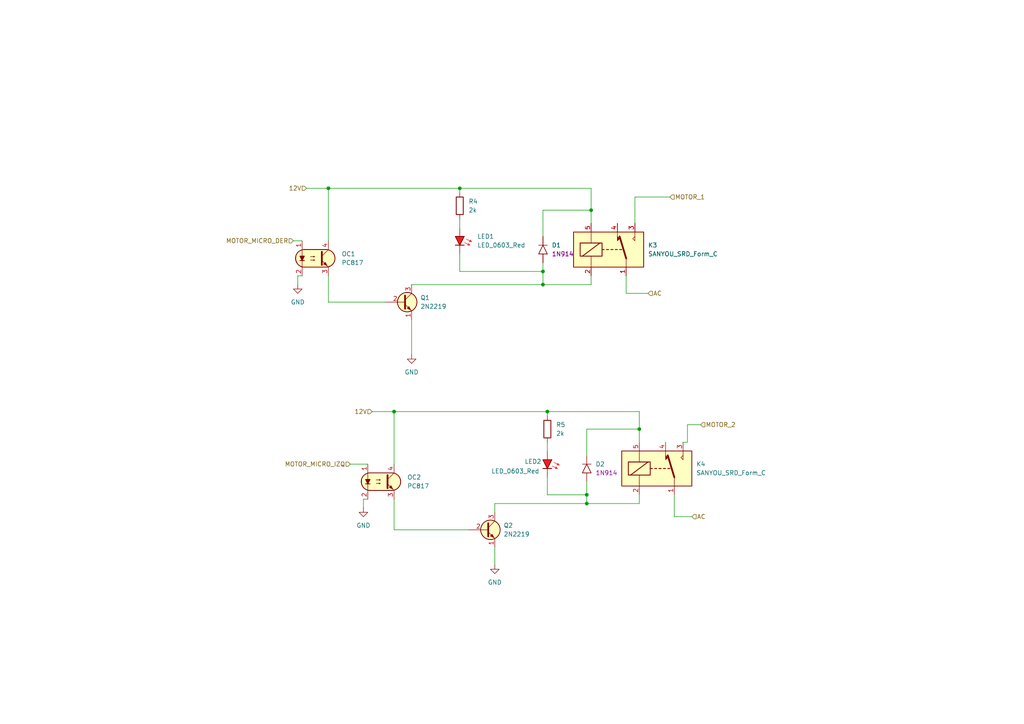
<source format=kicad_sch>
(kicad_sch
	(version 20250114)
	(generator "eeschema")
	(generator_version "9.0")
	(uuid "66bccff3-24d1-4f99-9beb-56f8ebec357b")
	(paper "A4")
	(lib_symbols
		(symbol "PCM_4ms_Diode:1N914BWS"
			(pin_numbers
				(hide yes)
			)
			(pin_names
				(offset 1.016)
				(hide yes)
			)
			(exclude_from_sim no)
			(in_bom yes)
			(on_board yes)
			(property "Reference" "D"
				(at 0 2.54 0)
				(effects
					(font
						(size 1.27 1.27)
					)
				)
			)
			(property "Value" "1N914BWS"
				(at 0 -2.54 0)
				(effects
					(font
						(size 1.27 1.27)
					)
					(hide yes)
				)
			)
			(property "Footprint" "4ms_Diode:D_SOD-323F"
				(at 0 5.08 0)
				(effects
					(font
						(size 1.27 1.27)
					)
					(hide yes)
				)
			)
			(property "Datasheet" "https://www.mouser.com/datasheet/2/308/1N914BWS_D-2309364.pdf"
				(at 0 0 0)
				(effects
					(font
						(size 1.27 1.27)
					)
					(hide yes)
				)
			)
			(property "Description" "1N914BWS, 75V, 150mA, 1V @ 100mA SOD-323F"
				(at 0 0 0)
				(effects
					(font
						(size 1.27 1.27)
					)
					(hide yes)
				)
			)
			(property "Specifications" "1N914BWS, 75V, 150mA, 1V @ 100mA SOD-323F"
				(at -2.54 -7.874 0)
				(effects
					(font
						(size 1.27 1.27)
					)
					(justify left)
					(hide yes)
				)
			)
			(property "Manufacturer" "ON Semiconductor / Fairchild"
				(at -2.54 -9.398 0)
				(effects
					(font
						(size 1.27 1.27)
					)
					(justify left)
					(hide yes)
				)
			)
			(property "Part Number" "1N914BWS"
				(at -2.54 -10.922 0)
				(effects
					(font
						(size 1.27 1.27)
					)
					(justify left)
					(hide yes)
				)
			)
			(property "JLCPCB ID" "C258181"
				(at -2.54 -10.922 0)
				(effects
					(font
						(size 1.27 1.27)
					)
					(justify left)
					(hide yes)
				)
			)
			(property "Display" "1N914"
				(at 0 -2.54 0)
				(effects
					(font
						(size 1.27 1.27)
					)
				)
			)
			(property "ki_keywords" "1N914, General Purpose, 75V 150mA 1V @ 100mA SOD-323F"
				(at 0 0 0)
				(effects
					(font
						(size 1.27 1.27)
					)
					(hide yes)
				)
			)
			(property "ki_fp_filters" "TO-???* *SingleDiode *_Diode_* *SingleDiode* D_*"
				(at 0 0 0)
				(effects
					(font
						(size 1.27 1.27)
					)
					(hide yes)
				)
			)
			(symbol "1N914BWS_0_1"
				(polyline
					(pts
						(xy -1.27 1.27) (xy -1.27 -1.27)
					)
					(stroke
						(width 0)
						(type default)
					)
					(fill
						(type none)
					)
				)
				(polyline
					(pts
						(xy 1.27 1.27) (xy 1.27 -1.27) (xy -1.27 0) (xy 1.27 1.27)
					)
					(stroke
						(width 0.2032)
						(type default)
					)
					(fill
						(type none)
					)
				)
			)
			(symbol "1N914BWS_1_1"
				(pin passive line
					(at -3.81 0 0)
					(length 2.54)
					(name "K"
						(effects
							(font
								(size 1.27 1.27)
							)
						)
					)
					(number "1"
						(effects
							(font
								(size 1.27 1.27)
							)
						)
					)
				)
				(pin passive line
					(at 3.81 0 180)
					(length 2.54)
					(name "A"
						(effects
							(font
								(size 1.27 1.27)
							)
						)
					)
					(number "2"
						(effects
							(font
								(size 1.27 1.27)
							)
						)
					)
				)
			)
			(embedded_fonts no)
		)
		(symbol "PCM_LED_AKL:LED_0603_Red"
			(pin_numbers
				(hide yes)
			)
			(pin_names
				(offset 1.016)
				(hide yes)
			)
			(exclude_from_sim no)
			(in_bom yes)
			(on_board yes)
			(property "Reference" "LED"
				(at 0 7.62 0)
				(effects
					(font
						(size 1.27 1.27)
					)
				)
			)
			(property "Value" "LED_0603_Red"
				(at 0 5.08 0)
				(effects
					(font
						(size 1.27 1.27)
					)
				)
			)
			(property "Footprint" "PCM_LED_SMD_AKL:LED_0603_1608Metric"
				(at 0 0 0)
				(effects
					(font
						(size 1.27 1.27)
					)
					(hide yes)
				)
			)
			(property "Datasheet" "~"
				(at 0 0 0)
				(effects
					(font
						(size 1.27 1.27)
					)
					(hide yes)
				)
			)
			(property "Description" "Red SMD LED, 0603, Alternate KiCad Library"
				(at 0 0 0)
				(effects
					(font
						(size 1.27 1.27)
					)
					(hide yes)
				)
			)
			(property "ki_keywords" "red LED diode generic smd 0603"
				(at 0 0 0)
				(effects
					(font
						(size 1.27 1.27)
					)
					(hide yes)
				)
			)
			(property "ki_fp_filters" "LED* LED_SMD:* LED_THT:*"
				(at 0 0 0)
				(effects
					(font
						(size 1.27 1.27)
					)
					(hide yes)
				)
			)
			(symbol "LED_0603_Red_0_1"
				(polyline
					(pts
						(xy -1.27 1.27) (xy -1.27 -1.27) (xy 1.27 0) (xy -1.27 1.27)
					)
					(stroke
						(width 0.254)
						(type default)
					)
					(fill
						(type color)
						(color 240 30 30 1)
					)
				)
				(polyline
					(pts
						(xy -0.508 1.905) (xy 0.254 3.429)
					)
					(stroke
						(width 0.1524)
						(type default)
						(color 240 30 30 1)
					)
					(fill
						(type none)
					)
				)
				(polyline
					(pts
						(xy 0.254 2.794) (xy -0.254 3.048) (xy 0.254 3.429) (xy 0.254 2.794)
					)
					(stroke
						(width 0)
						(type solid)
						(color 240 30 30 1)
					)
					(fill
						(type outline)
					)
				)
				(polyline
					(pts
						(xy 0.508 1.397) (xy 1.27 2.921)
					)
					(stroke
						(width 0.1524)
						(type default)
						(color 240 30 30 1)
					)
					(fill
						(type none)
					)
				)
				(polyline
					(pts
						(xy 1.27 2.286) (xy 0.762 2.54) (xy 1.27 2.921) (xy 1.27 2.286)
					)
					(stroke
						(width 0.1524)
						(type default)
						(color 240 30 30 1)
					)
					(fill
						(type outline)
					)
				)
				(polyline
					(pts
						(xy 1.27 1.27) (xy 1.27 -1.27)
					)
					(stroke
						(width 0.254)
						(type default)
					)
					(fill
						(type none)
					)
				)
			)
			(symbol "LED_0603_Red_0_2"
				(polyline
					(pts
						(xy -2.54 -2.54) (xy -0.889 -0.889)
					)
					(stroke
						(width 0)
						(type default)
					)
					(fill
						(type none)
					)
				)
				(polyline
					(pts
						(xy -1.651 0.889) (xy -2.159 2.413)
					)
					(stroke
						(width 0)
						(type default)
						(color 240 30 30 1)
					)
					(fill
						(type none)
					)
				)
				(polyline
					(pts
						(xy -0.889 -0.889) (xy -1.778 0) (xy 0.889 0.889) (xy 0 -1.778) (xy -0.889 -0.889)
					)
					(stroke
						(width 0.254)
						(type default)
					)
					(fill
						(type color)
						(color 240 30 30 1)
					)
				)
				(polyline
					(pts
						(xy -0.508 1.27) (xy -1.016 2.794)
					)
					(stroke
						(width 0)
						(type default)
						(color 240 30 30 1)
					)
					(fill
						(type none)
					)
				)
				(polyline
					(pts
						(xy 0 1.778) (xy 1.778 0)
					)
					(stroke
						(width 0.254)
						(type default)
					)
					(fill
						(type none)
					)
				)
				(polyline
					(pts
						(xy 0.889 0.889) (xy 2.54 2.54)
					)
					(stroke
						(width 0)
						(type default)
					)
					(fill
						(type none)
					)
				)
			)
			(symbol "LED_0603_Red_1_1"
				(pin passive line
					(at -3.81 0 0)
					(length 2.54)
					(name "A"
						(effects
							(font
								(size 1.27 1.27)
							)
						)
					)
					(number "2"
						(effects
							(font
								(size 1.27 1.27)
							)
						)
					)
				)
				(pin passive line
					(at 3.81 0 180)
					(length 2.54)
					(name "K"
						(effects
							(font
								(size 1.27 1.27)
							)
						)
					)
					(number "1"
						(effects
							(font
								(size 1.27 1.27)
							)
						)
					)
				)
			)
			(symbol "LED_0603_Red_1_2"
				(polyline
					(pts
						(xy -2.159 2.413) (xy -2.286 1.778) (xy -1.6764 1.9812) (xy -2.159 2.413)
					)
					(stroke
						(width 0)
						(type default)
						(color 240 30 30 1)
					)
					(fill
						(type outline)
					)
				)
				(polyline
					(pts
						(xy -1.016 2.794) (xy -1.143 2.159) (xy -0.5334 2.3622) (xy -1.016 2.794)
					)
					(stroke
						(width 0)
						(type default)
						(color 240 30 30 1)
					)
					(fill
						(type outline)
					)
				)
				(pin passive line
					(at -2.54 -2.54 0)
					(length 0)
					(name "A"
						(effects
							(font
								(size 1.27 1.27)
							)
						)
					)
					(number "2"
						(effects
							(font
								(size 1.27 1.27)
							)
						)
					)
				)
				(pin passive line
					(at 2.54 2.54 180)
					(length 0)
					(name "K"
						(effects
							(font
								(size 1.27 1.27)
							)
						)
					)
					(number "1"
						(effects
							(font
								(size 1.27 1.27)
							)
						)
					)
				)
			)
			(embedded_fonts no)
		)
		(symbol "PCM_Optocoupler_AKL:PC817"
			(pin_names
				(offset 1.016)
			)
			(exclude_from_sim no)
			(in_bom yes)
			(on_board yes)
			(property "Reference" "OC"
				(at 6.35 1.27 0)
				(effects
					(font
						(size 1.27 1.27)
					)
					(justify left)
				)
			)
			(property "Value" "PC817"
				(at 6.35 -1.27 0)
				(effects
					(font
						(size 1.27 1.27)
					)
					(justify left)
				)
			)
			(property "Footprint" "PCM_Package_DIP_AKL:DIP-4_W7.62mm_LongPads"
				(at 6.35 1.27 0)
				(effects
					(font
						(size 1.27 1.27)
						(italic yes)
					)
					(justify left)
					(hide yes)
				)
			)
			(property "Datasheet" "https://www.tme.eu/Document/7534c9f89aa4b1eba4ec90182e378328/PC817_2_3_47.pdf"
				(at 0 0 0)
				(effects
					(font
						(size 1.27 1.27)
					)
					(justify left)
					(hide yes)
				)
			)
			(property "Description" "DIP-4 Optocoupler, Transistor output, 5kV, 4us, Alternate KiCAD Library"
				(at 0 0 0)
				(effects
					(font
						(size 1.27 1.27)
					)
					(hide yes)
				)
			)
			(property "ki_keywords" "NPN Optocoupler transistor output PC817"
				(at 0 0 0)
				(effects
					(font
						(size 1.27 1.27)
					)
					(hide yes)
				)
			)
			(property "ki_fp_filters" "DIP*W7.62mm*"
				(at 0 0 0)
				(effects
					(font
						(size 1.27 1.27)
					)
					(hide yes)
				)
			)
			(symbol "PC817_0_1"
				(polyline
					(pts
						(xy -4.445 -0.635) (xy -3.175 -0.635)
					)
					(stroke
						(width 0.254)
						(type default)
					)
					(fill
						(type none)
					)
				)
				(polyline
					(pts
						(xy -3.81 -0.635) (xy -4.445 0.635) (xy -3.175 0.635) (xy -3.81 -0.635)
					)
					(stroke
						(width 0.254)
						(type default)
					)
					(fill
						(type outline)
					)
				)
				(polyline
					(pts
						(xy -3.81 -2.54) (xy -3.81 -1.27) (xy -3.81 2.54)
					)
					(stroke
						(width 0.1524)
						(type default)
					)
					(fill
						(type none)
					)
				)
				(polyline
					(pts
						(xy -3.175 2.54) (xy 3.175 2.54)
					)
					(stroke
						(width 0.254)
						(type default)
					)
					(fill
						(type none)
					)
				)
				(arc
					(start -3.1975 -2.54)
					(mid -5.7151 0)
					(end -3.1975 2.54)
					(stroke
						(width 0.254)
						(type default)
					)
					(fill
						(type none)
					)
				)
				(polyline
					(pts
						(xy -2.54 2.54) (xy 3.429 2.54) (xy 4.318 2.286) (xy 4.699 2.032) (xy 5.08 1.651) (xy 5.461 1.016)
						(xy 5.715 0.381) (xy 5.715 -0.381) (xy 5.461 -1.143) (xy 4.826 -1.905) (xy 4.191 -2.286) (xy 3.302 -2.54)
						(xy -3.81 -2.54) (xy -3.81 -2.54) (xy -4.572 -2.032) (xy -5.08 -1.778) (xy -5.588 -0.508) (xy -5.588 0.254)
						(xy -5.588 1.016) (xy -5.08 1.778) (xy -4.318 2.286) (xy -3.556 2.54) (xy -2.54 2.54)
					)
					(stroke
						(width 0.01)
						(type default)
					)
					(fill
						(type background)
					)
				)
				(polyline
					(pts
						(xy -1.397 0.508) (xy -0.127 0.508) (xy -0.508 0.381) (xy -0.508 0.635) (xy -0.127 0.508)
					)
					(stroke
						(width 0)
						(type default)
					)
					(fill
						(type none)
					)
				)
				(polyline
					(pts
						(xy -1.397 -0.508) (xy -0.127 -0.508) (xy -0.508 -0.635) (xy -0.508 -0.381) (xy -0.127 -0.508)
					)
					(stroke
						(width 0)
						(type default)
					)
					(fill
						(type none)
					)
				)
				(polyline
					(pts
						(xy 1.905 1.905) (xy 1.905 -1.905) (xy 1.905 -1.905)
					)
					(stroke
						(width 0.508)
						(type default)
					)
					(fill
						(type none)
					)
				)
				(polyline
					(pts
						(xy 1.905 0.635) (xy 3.81 2.54)
					)
					(stroke
						(width 0)
						(type default)
					)
					(fill
						(type none)
					)
				)
				(polyline
					(pts
						(xy 2.413 -1.651) (xy 2.921 -1.143) (xy 3.429 -2.159) (xy 2.413 -1.651) (xy 2.413 -1.651)
					)
					(stroke
						(width 0)
						(type default)
					)
					(fill
						(type outline)
					)
				)
				(arc
					(start 3.1975 2.54)
					(mid 5.7151 0)
					(end 3.1975 -2.54)
					(stroke
						(width 0.254)
						(type default)
					)
					(fill
						(type none)
					)
				)
				(polyline
					(pts
						(xy 3.175 -2.54) (xy -3.175 -2.54)
					)
					(stroke
						(width 0.254)
						(type default)
					)
					(fill
						(type none)
					)
				)
				(polyline
					(pts
						(xy 3.81 -2.54) (xy 1.905 -0.635)
					)
					(stroke
						(width 0)
						(type default)
					)
					(fill
						(type outline)
					)
				)
			)
			(symbol "PC817_1_1"
				(pin passive line
					(at -3.81 5.08 270)
					(length 2.54)
					(name "~"
						(effects
							(font
								(size 1.27 1.27)
							)
						)
					)
					(number "1"
						(effects
							(font
								(size 1.27 1.27)
							)
						)
					)
				)
				(pin passive line
					(at -3.81 -5.08 90)
					(length 2.54)
					(name "~"
						(effects
							(font
								(size 1.27 1.27)
							)
						)
					)
					(number "2"
						(effects
							(font
								(size 1.27 1.27)
							)
						)
					)
				)
				(pin passive line
					(at 3.81 5.08 270)
					(length 2.54)
					(name "~"
						(effects
							(font
								(size 1.27 1.27)
							)
						)
					)
					(number "4"
						(effects
							(font
								(size 1.27 1.27)
							)
						)
					)
				)
				(pin passive line
					(at 3.81 -5.08 90)
					(length 2.54)
					(name "~"
						(effects
							(font
								(size 1.27 1.27)
							)
						)
					)
					(number "3"
						(effects
							(font
								(size 1.27 1.27)
							)
						)
					)
				)
			)
			(embedded_fonts no)
		)
		(symbol "PCM_Resistor_AKL:R_0603"
			(pin_numbers
				(hide yes)
			)
			(pin_names
				(offset 0)
			)
			(exclude_from_sim no)
			(in_bom yes)
			(on_board yes)
			(property "Reference" "R"
				(at 2.54 1.27 0)
				(effects
					(font
						(size 1.27 1.27)
					)
					(justify left)
				)
			)
			(property "Value" "R_0603"
				(at 2.54 -1.27 0)
				(effects
					(font
						(size 1.27 1.27)
					)
					(justify left)
				)
			)
			(property "Footprint" "PCM_Resistor_SMD_AKL:R_0603_1608Metric"
				(at 0 -11.43 0)
				(effects
					(font
						(size 1.27 1.27)
					)
					(hide yes)
				)
			)
			(property "Datasheet" "~"
				(at 0 0 0)
				(effects
					(font
						(size 1.27 1.27)
					)
					(hide yes)
				)
			)
			(property "Description" "SMD 0603 Chip Resistor, European Symbol, Alternate KiCad Library"
				(at 0 0 0)
				(effects
					(font
						(size 1.27 1.27)
					)
					(hide yes)
				)
			)
			(property "ki_keywords" "R res resistor eu SMD 0603"
				(at 0 0 0)
				(effects
					(font
						(size 1.27 1.27)
					)
					(hide yes)
				)
			)
			(property "ki_fp_filters" "R_*"
				(at 0 0 0)
				(effects
					(font
						(size 1.27 1.27)
					)
					(hide yes)
				)
			)
			(symbol "R_0603_0_1"
				(rectangle
					(start -1.016 2.54)
					(end 1.016 -2.54)
					(stroke
						(width 0.254)
						(type default)
					)
					(fill
						(type none)
					)
				)
			)
			(symbol "R_0603_0_2"
				(polyline
					(pts
						(xy -2.54 -2.54) (xy -1.524 -1.524)
					)
					(stroke
						(width 0)
						(type default)
					)
					(fill
						(type none)
					)
				)
				(polyline
					(pts
						(xy 1.524 1.524) (xy 2.54 2.54)
					)
					(stroke
						(width 0)
						(type default)
					)
					(fill
						(type none)
					)
				)
				(polyline
					(pts
						(xy 1.524 1.524) (xy 0.889 2.159) (xy -2.159 -0.889) (xy -0.889 -2.159) (xy 2.159 0.889) (xy 1.524 1.524)
					)
					(stroke
						(width 0.254)
						(type default)
					)
					(fill
						(type none)
					)
				)
			)
			(symbol "R_0603_1_1"
				(pin passive line
					(at 0 3.81 270)
					(length 1.27)
					(name "~"
						(effects
							(font
								(size 1.27 1.27)
							)
						)
					)
					(number "1"
						(effects
							(font
								(size 1.27 1.27)
							)
						)
					)
				)
				(pin passive line
					(at 0 -3.81 90)
					(length 1.27)
					(name "~"
						(effects
							(font
								(size 1.27 1.27)
							)
						)
					)
					(number "2"
						(effects
							(font
								(size 1.27 1.27)
							)
						)
					)
				)
			)
			(symbol "R_0603_1_2"
				(pin passive line
					(at -2.54 -2.54 0)
					(length 0)
					(name ""
						(effects
							(font
								(size 1.27 1.27)
							)
						)
					)
					(number "2"
						(effects
							(font
								(size 1.27 1.27)
							)
						)
					)
				)
				(pin passive line
					(at 2.54 2.54 180)
					(length 0)
					(name ""
						(effects
							(font
								(size 1.27 1.27)
							)
						)
					)
					(number "1"
						(effects
							(font
								(size 1.27 1.27)
							)
						)
					)
				)
			)
			(embedded_fonts no)
		)
		(symbol "PCM_Transistor_BJT_AKL:2N2219"
			(pin_names
				(hide yes)
			)
			(exclude_from_sim no)
			(in_bom yes)
			(on_board yes)
			(property "Reference" "Q"
				(at 5.08 1.27 0)
				(effects
					(font
						(size 1.27 1.27)
					)
					(justify left)
				)
			)
			(property "Value" "2N2219"
				(at 5.08 -1.27 0)
				(effects
					(font
						(size 1.27 1.27)
					)
					(justify left)
				)
			)
			(property "Footprint" "PCM_Package_TO_SOT_THT_AKL:TO-39-3_EBC"
				(at 5.08 2.54 0)
				(effects
					(font
						(size 1.27 1.27)
					)
					(hide yes)
				)
			)
			(property "Datasheet" "https://www.tme.eu/Document/54f49a0b890d64caa9ab32b7e0173295/2N2219.pdf"
				(at 0 0 0)
				(effects
					(font
						(size 1.27 1.27)
					)
					(hide yes)
				)
			)
			(property "Description" "NPN TO-39 transistor, 30V, 0.8A, 3W, Alternate KiCAD Library"
				(at 0 0 0)
				(effects
					(font
						(size 1.27 1.27)
					)
					(hide yes)
				)
			)
			(property "ki_keywords" "transistor NPN 2N2219"
				(at 0 0 0)
				(effects
					(font
						(size 1.27 1.27)
					)
					(hide yes)
				)
			)
			(symbol "2N2219_0_1"
				(polyline
					(pts
						(xy 0.635 1.905) (xy 0.635 -1.905) (xy 0.635 -1.905)
					)
					(stroke
						(width 0.508)
						(type default)
					)
					(fill
						(type none)
					)
				)
				(polyline
					(pts
						(xy 0.635 0.635) (xy 2.54 2.54)
					)
					(stroke
						(width 0)
						(type default)
					)
					(fill
						(type none)
					)
				)
				(polyline
					(pts
						(xy 0.635 -0.635) (xy 2.54 -2.54) (xy 2.54 -2.54)
					)
					(stroke
						(width 0)
						(type default)
					)
					(fill
						(type none)
					)
				)
				(circle
					(center 1.27 0)
					(radius 2.8194)
					(stroke
						(width 0.254)
						(type default)
					)
					(fill
						(type background)
					)
				)
				(polyline
					(pts
						(xy 1.27 -1.778) (xy 1.778 -1.27) (xy 2.286 -2.286) (xy 1.27 -1.778) (xy 1.27 -1.778)
					)
					(stroke
						(width 0)
						(type default)
					)
					(fill
						(type outline)
					)
				)
			)
			(symbol "2N2219_1_1"
				(pin passive line
					(at -5.08 0 0)
					(length 5.715)
					(name "B"
						(effects
							(font
								(size 1.27 1.27)
							)
						)
					)
					(number "2"
						(effects
							(font
								(size 1.27 1.27)
							)
						)
					)
				)
				(pin passive line
					(at 2.54 5.08 270)
					(length 2.54)
					(name "C"
						(effects
							(font
								(size 1.27 1.27)
							)
						)
					)
					(number "3"
						(effects
							(font
								(size 1.27 1.27)
							)
						)
					)
				)
				(pin passive line
					(at 2.54 -5.08 90)
					(length 2.54)
					(name "E"
						(effects
							(font
								(size 1.27 1.27)
							)
						)
					)
					(number "1"
						(effects
							(font
								(size 1.27 1.27)
							)
						)
					)
				)
			)
			(embedded_fonts no)
		)
		(symbol "Relay:SANYOU_SRD_Form_C"
			(exclude_from_sim no)
			(in_bom yes)
			(on_board yes)
			(property "Reference" "K"
				(at 11.43 3.81 0)
				(effects
					(font
						(size 1.27 1.27)
					)
					(justify left)
				)
			)
			(property "Value" "SANYOU_SRD_Form_C"
				(at 11.43 1.27 0)
				(effects
					(font
						(size 1.27 1.27)
					)
					(justify left)
				)
			)
			(property "Footprint" "Relay_THT:Relay_SPDT_SANYOU_SRD_Series_Form_C"
				(at 11.43 -1.27 0)
				(effects
					(font
						(size 1.27 1.27)
					)
					(justify left)
					(hide yes)
				)
			)
			(property "Datasheet" "http://www.sanyourelay.ca/public/products/pdf/SRD.pdf"
				(at 0 0 0)
				(effects
					(font
						(size 1.27 1.27)
					)
					(hide yes)
				)
			)
			(property "Description" "Sanyo SRD relay, Single Pole Miniature Power Relay,"
				(at 0 0 0)
				(effects
					(font
						(size 1.27 1.27)
					)
					(hide yes)
				)
			)
			(property "ki_keywords" "Single Pole Relay SPDT"
				(at 0 0 0)
				(effects
					(font
						(size 1.27 1.27)
					)
					(hide yes)
				)
			)
			(property "ki_fp_filters" "Relay*SPDT*SANYOU*SRD*Series*Form*C*"
				(at 0 0 0)
				(effects
					(font
						(size 1.27 1.27)
					)
					(hide yes)
				)
			)
			(symbol "SANYOU_SRD_Form_C_0_0"
				(polyline
					(pts
						(xy 7.62 5.08) (xy 7.62 2.54) (xy 6.985 3.175) (xy 7.62 3.81)
					)
					(stroke
						(width 0)
						(type default)
					)
					(fill
						(type none)
					)
				)
			)
			(symbol "SANYOU_SRD_Form_C_0_1"
				(rectangle
					(start -10.16 5.08)
					(end 10.16 -5.08)
					(stroke
						(width 0.254)
						(type default)
					)
					(fill
						(type background)
					)
				)
				(rectangle
					(start -8.255 1.905)
					(end -1.905 -1.905)
					(stroke
						(width 0.254)
						(type default)
					)
					(fill
						(type none)
					)
				)
				(polyline
					(pts
						(xy -7.62 -1.905) (xy -2.54 1.905)
					)
					(stroke
						(width 0.254)
						(type default)
					)
					(fill
						(type none)
					)
				)
				(polyline
					(pts
						(xy -5.08 5.08) (xy -5.08 1.905)
					)
					(stroke
						(width 0)
						(type default)
					)
					(fill
						(type none)
					)
				)
				(polyline
					(pts
						(xy -5.08 -5.08) (xy -5.08 -1.905)
					)
					(stroke
						(width 0)
						(type default)
					)
					(fill
						(type none)
					)
				)
				(polyline
					(pts
						(xy -1.905 0) (xy -1.27 0)
					)
					(stroke
						(width 0.254)
						(type default)
					)
					(fill
						(type none)
					)
				)
				(polyline
					(pts
						(xy -0.635 0) (xy 0 0)
					)
					(stroke
						(width 0.254)
						(type default)
					)
					(fill
						(type none)
					)
				)
				(polyline
					(pts
						(xy 0.635 0) (xy 1.27 0)
					)
					(stroke
						(width 0.254)
						(type default)
					)
					(fill
						(type none)
					)
				)
				(polyline
					(pts
						(xy 1.905 0) (xy 2.54 0)
					)
					(stroke
						(width 0.254)
						(type default)
					)
					(fill
						(type none)
					)
				)
				(polyline
					(pts
						(xy 3.175 0) (xy 3.81 0)
					)
					(stroke
						(width 0.254)
						(type default)
					)
					(fill
						(type none)
					)
				)
				(polyline
					(pts
						(xy 5.08 -2.54) (xy 3.175 3.81)
					)
					(stroke
						(width 0.508)
						(type default)
					)
					(fill
						(type none)
					)
				)
				(polyline
					(pts
						(xy 5.08 -2.54) (xy 5.08 -5.08)
					)
					(stroke
						(width 0)
						(type default)
					)
					(fill
						(type none)
					)
				)
			)
			(symbol "SANYOU_SRD_Form_C_1_1"
				(polyline
					(pts
						(xy 2.54 3.81) (xy 3.175 3.175) (xy 2.54 2.54) (xy 2.54 5.08)
					)
					(stroke
						(width 0)
						(type default)
					)
					(fill
						(type outline)
					)
				)
				(pin passive line
					(at -5.08 7.62 270)
					(length 2.54)
					(name "~"
						(effects
							(font
								(size 1.27 1.27)
							)
						)
					)
					(number "5"
						(effects
							(font
								(size 1.27 1.27)
							)
						)
					)
				)
				(pin passive line
					(at -5.08 -7.62 90)
					(length 2.54)
					(name "~"
						(effects
							(font
								(size 1.27 1.27)
							)
						)
					)
					(number "2"
						(effects
							(font
								(size 1.27 1.27)
							)
						)
					)
				)
				(pin passive line
					(at 2.54 7.62 270)
					(length 2.54)
					(name "~"
						(effects
							(font
								(size 1.27 1.27)
							)
						)
					)
					(number "4"
						(effects
							(font
								(size 1.27 1.27)
							)
						)
					)
				)
				(pin passive line
					(at 5.08 -7.62 90)
					(length 2.54)
					(name "~"
						(effects
							(font
								(size 1.27 1.27)
							)
						)
					)
					(number "1"
						(effects
							(font
								(size 1.27 1.27)
							)
						)
					)
				)
				(pin passive line
					(at 7.62 7.62 270)
					(length 2.54)
					(name "~"
						(effects
							(font
								(size 1.27 1.27)
							)
						)
					)
					(number "3"
						(effects
							(font
								(size 1.27 1.27)
							)
						)
					)
				)
			)
			(embedded_fonts no)
		)
		(symbol "power:GND"
			(power)
			(pin_numbers
				(hide yes)
			)
			(pin_names
				(offset 0)
				(hide yes)
			)
			(exclude_from_sim no)
			(in_bom yes)
			(on_board yes)
			(property "Reference" "#PWR"
				(at 0 -6.35 0)
				(effects
					(font
						(size 1.27 1.27)
					)
					(hide yes)
				)
			)
			(property "Value" "GND"
				(at 0 -3.81 0)
				(effects
					(font
						(size 1.27 1.27)
					)
				)
			)
			(property "Footprint" ""
				(at 0 0 0)
				(effects
					(font
						(size 1.27 1.27)
					)
					(hide yes)
				)
			)
			(property "Datasheet" ""
				(at 0 0 0)
				(effects
					(font
						(size 1.27 1.27)
					)
					(hide yes)
				)
			)
			(property "Description" "Power symbol creates a global label with name \"GND\" , ground"
				(at 0 0 0)
				(effects
					(font
						(size 1.27 1.27)
					)
					(hide yes)
				)
			)
			(property "ki_keywords" "global power"
				(at 0 0 0)
				(effects
					(font
						(size 1.27 1.27)
					)
					(hide yes)
				)
			)
			(symbol "GND_0_1"
				(polyline
					(pts
						(xy 0 0) (xy 0 -1.27) (xy 1.27 -1.27) (xy 0 -2.54) (xy -1.27 -1.27) (xy 0 -1.27)
					)
					(stroke
						(width 0)
						(type default)
					)
					(fill
						(type none)
					)
				)
			)
			(symbol "GND_1_1"
				(pin power_in line
					(at 0 0 270)
					(length 0)
					(name "~"
						(effects
							(font
								(size 1.27 1.27)
							)
						)
					)
					(number "1"
						(effects
							(font
								(size 1.27 1.27)
							)
						)
					)
				)
			)
			(embedded_fonts no)
		)
	)
	(junction
		(at 185.42 124.46)
		(diameter 0)
		(color 0 0 0 0)
		(uuid "10d47e8f-dd12-496a-8ce8-30d4ed41e560")
	)
	(junction
		(at 171.45 60.96)
		(diameter 0)
		(color 0 0 0 0)
		(uuid "268308eb-67ce-4428-b3ac-923d8fecfec7")
	)
	(junction
		(at 158.75 119.38)
		(diameter 0)
		(color 0 0 0 0)
		(uuid "29e1fedb-3d9c-426c-a52f-858103a8bcd7")
	)
	(junction
		(at 157.48 82.55)
		(diameter 0)
		(color 0 0 0 0)
		(uuid "3e13fdca-a425-4d59-a850-3f2ff3b17c45")
	)
	(junction
		(at 157.48 78.74)
		(diameter 0)
		(color 0 0 0 0)
		(uuid "4e829242-282c-4c23-ba27-ca51b75b0d03")
	)
	(junction
		(at 170.18 146.05)
		(diameter 0)
		(color 0 0 0 0)
		(uuid "6815e1c6-a086-467f-8a70-acbb4382ffea")
	)
	(junction
		(at 114.3 119.38)
		(diameter 0)
		(color 0 0 0 0)
		(uuid "78a8a3ef-b50b-4669-91b0-5499380bebd8")
	)
	(junction
		(at 170.18 143.51)
		(diameter 0)
		(color 0 0 0 0)
		(uuid "a70af9ad-d05d-4910-87a0-10948f150c70")
	)
	(junction
		(at 133.35 54.61)
		(diameter 0)
		(color 0 0 0 0)
		(uuid "b3e0e1e8-8551-4092-a5bd-5797450ed3b5")
	)
	(junction
		(at 95.25 54.61)
		(diameter 0)
		(color 0 0 0 0)
		(uuid "f304f438-e6b6-4be6-bbf6-12d55d3f7365")
	)
	(wire
		(pts
			(xy 170.18 132.08) (xy 170.18 124.46)
		)
		(stroke
			(width 0)
			(type default)
		)
		(uuid "01efa6cd-ce0f-4840-bd69-6b9413491621")
	)
	(wire
		(pts
			(xy 171.45 82.55) (xy 171.45 80.01)
		)
		(stroke
			(width 0)
			(type default)
		)
		(uuid "06d34510-3683-470d-b625-e9578f64acd8")
	)
	(wire
		(pts
			(xy 157.48 68.58) (xy 157.48 60.96)
		)
		(stroke
			(width 0)
			(type default)
		)
		(uuid "0816d602-6bdd-41b1-8a7e-381d0fef292c")
	)
	(wire
		(pts
			(xy 171.45 54.61) (xy 171.45 60.96)
		)
		(stroke
			(width 0)
			(type default)
		)
		(uuid "0bdfe8ad-2534-48f5-b67e-770f38e47ce9")
	)
	(wire
		(pts
			(xy 119.38 82.55) (xy 157.48 82.55)
		)
		(stroke
			(width 0)
			(type default)
		)
		(uuid "0c266858-da02-4017-9e58-fd77e16f2e5d")
	)
	(wire
		(pts
			(xy 200.66 149.86) (xy 195.58 149.86)
		)
		(stroke
			(width 0)
			(type default)
		)
		(uuid "0f74cb50-cfa2-4298-90c9-6108e7adae15")
	)
	(wire
		(pts
			(xy 199.39 123.19) (xy 199.39 128.27)
		)
		(stroke
			(width 0)
			(type default)
		)
		(uuid "1ccb51c6-6e7a-4243-bc8a-7e534131d137")
	)
	(wire
		(pts
			(xy 157.48 76.2) (xy 157.48 78.74)
		)
		(stroke
			(width 0)
			(type default)
		)
		(uuid "20f2ed08-0b88-40fe-a42c-847bdacc08f0")
	)
	(wire
		(pts
			(xy 157.48 78.74) (xy 157.48 82.55)
		)
		(stroke
			(width 0)
			(type default)
		)
		(uuid "2a5588b9-7d2d-43a7-8c3e-89656e8700f2")
	)
	(wire
		(pts
			(xy 95.25 54.61) (xy 95.25 69.85)
		)
		(stroke
			(width 0)
			(type default)
		)
		(uuid "2a87f3eb-f543-44a9-9400-85d82b9849f7")
	)
	(wire
		(pts
			(xy 185.42 128.27) (xy 185.42 124.46)
		)
		(stroke
			(width 0)
			(type default)
		)
		(uuid "2ac7fd3e-e482-44ba-a253-74b49e1604a8")
	)
	(wire
		(pts
			(xy 170.18 139.7) (xy 170.18 143.51)
		)
		(stroke
			(width 0)
			(type default)
		)
		(uuid "2b3f91d1-28eb-4e82-baad-b4d811ce2208")
	)
	(wire
		(pts
			(xy 114.3 144.78) (xy 114.3 153.67)
		)
		(stroke
			(width 0)
			(type default)
		)
		(uuid "2b4c2280-6dd3-49fe-b2c9-0b47c1a69214")
	)
	(wire
		(pts
			(xy 101.6 134.62) (xy 106.68 134.62)
		)
		(stroke
			(width 0)
			(type default)
		)
		(uuid "372205fd-ac9a-4484-956c-97e673499201")
	)
	(wire
		(pts
			(xy 133.35 54.61) (xy 133.35 55.88)
		)
		(stroke
			(width 0)
			(type default)
		)
		(uuid "3e6c8e74-1ea4-4970-8da2-652ab9510229")
	)
	(wire
		(pts
			(xy 185.42 146.05) (xy 185.42 143.51)
		)
		(stroke
			(width 0)
			(type default)
		)
		(uuid "40f04d8a-57b7-4c55-8c91-8ae636da31c4")
	)
	(wire
		(pts
			(xy 157.48 60.96) (xy 171.45 60.96)
		)
		(stroke
			(width 0)
			(type default)
		)
		(uuid "46316282-f27b-4004-b85f-4cc919843e3c")
	)
	(wire
		(pts
			(xy 133.35 78.74) (xy 157.48 78.74)
		)
		(stroke
			(width 0)
			(type default)
		)
		(uuid "51db6676-ebed-4666-8bc4-2b485b938075")
	)
	(wire
		(pts
			(xy 133.35 73.66) (xy 133.35 78.74)
		)
		(stroke
			(width 0)
			(type default)
		)
		(uuid "56432637-c9b0-4ecc-a0f5-4068c0947bbe")
	)
	(wire
		(pts
			(xy 194.31 57.15) (xy 184.15 57.15)
		)
		(stroke
			(width 0)
			(type default)
		)
		(uuid "56e0e0a2-40a4-4f20-a423-48bf49430bf3")
	)
	(wire
		(pts
			(xy 86.36 80.01) (xy 87.63 80.01)
		)
		(stroke
			(width 0)
			(type default)
		)
		(uuid "58fc15ce-2b10-4447-be9f-1d1e19affe40")
	)
	(wire
		(pts
			(xy 170.18 124.46) (xy 185.42 124.46)
		)
		(stroke
			(width 0)
			(type default)
		)
		(uuid "5e321a14-57c7-4363-b91a-ed8345a725b2")
	)
	(wire
		(pts
			(xy 158.75 138.43) (xy 158.75 143.51)
		)
		(stroke
			(width 0)
			(type default)
		)
		(uuid "5fb6bd24-57d9-45e5-a756-149795f41b2c")
	)
	(wire
		(pts
			(xy 105.41 144.78) (xy 106.68 144.78)
		)
		(stroke
			(width 0)
			(type default)
		)
		(uuid "66a34e72-ae3d-4c42-8600-8eb8d7162799")
	)
	(wire
		(pts
			(xy 133.35 54.61) (xy 171.45 54.61)
		)
		(stroke
			(width 0)
			(type default)
		)
		(uuid "6c326151-3651-4877-b137-51fc959aeecf")
	)
	(wire
		(pts
			(xy 143.51 146.05) (xy 170.18 146.05)
		)
		(stroke
			(width 0)
			(type default)
		)
		(uuid "7958ab24-d244-4797-a722-d1acaaa087fe")
	)
	(wire
		(pts
			(xy 114.3 119.38) (xy 158.75 119.38)
		)
		(stroke
			(width 0)
			(type default)
		)
		(uuid "7faaf441-9962-4975-9e10-553a9ccfeb87")
	)
	(wire
		(pts
			(xy 158.75 119.38) (xy 158.75 120.65)
		)
		(stroke
			(width 0)
			(type default)
		)
		(uuid "8164769d-f4d3-408f-b3e8-de6df9eac017")
	)
	(wire
		(pts
			(xy 170.18 146.05) (xy 185.42 146.05)
		)
		(stroke
			(width 0)
			(type default)
		)
		(uuid "8c9599c4-ce1d-49e3-9720-83545575be91")
	)
	(wire
		(pts
			(xy 158.75 128.27) (xy 158.75 130.81)
		)
		(stroke
			(width 0)
			(type default)
		)
		(uuid "90a7b9a5-5be5-4170-8c1f-df177c262f2b")
	)
	(wire
		(pts
			(xy 185.42 119.38) (xy 185.42 124.46)
		)
		(stroke
			(width 0)
			(type default)
		)
		(uuid "91b7824d-cc15-4b11-8fcd-4dc5d1064e23")
	)
	(wire
		(pts
			(xy 199.39 128.27) (xy 198.12 128.27)
		)
		(stroke
			(width 0)
			(type default)
		)
		(uuid "97945b1b-4114-419a-b39c-cb786dde55b7")
	)
	(wire
		(pts
			(xy 181.61 80.01) (xy 181.61 85.09)
		)
		(stroke
			(width 0)
			(type default)
		)
		(uuid "9869fc15-14d4-462f-8277-eebe80945546")
	)
	(wire
		(pts
			(xy 133.35 63.5) (xy 133.35 66.04)
		)
		(stroke
			(width 0)
			(type default)
		)
		(uuid "9ac80833-cabc-4272-8de2-60fee732ddcd")
	)
	(wire
		(pts
			(xy 107.95 119.38) (xy 114.3 119.38)
		)
		(stroke
			(width 0)
			(type default)
		)
		(uuid "9eead679-c505-45f7-b27d-89c93c2b0025")
	)
	(wire
		(pts
			(xy 158.75 143.51) (xy 170.18 143.51)
		)
		(stroke
			(width 0)
			(type default)
		)
		(uuid "a5264685-b56f-4020-8a14-9141115c2678")
	)
	(wire
		(pts
			(xy 157.48 82.55) (xy 171.45 82.55)
		)
		(stroke
			(width 0)
			(type default)
		)
		(uuid "a89d8e07-efc5-49ba-a5c4-31995e913b82")
	)
	(wire
		(pts
			(xy 143.51 148.59) (xy 143.51 146.05)
		)
		(stroke
			(width 0)
			(type default)
		)
		(uuid "afd860dc-fad4-4c2f-892d-1f1ff045f18a")
	)
	(wire
		(pts
			(xy 105.41 147.32) (xy 105.41 144.78)
		)
		(stroke
			(width 0)
			(type default)
		)
		(uuid "b96028ee-6c7b-4238-a8d4-07ff63d0aa18")
	)
	(wire
		(pts
			(xy 119.38 92.71) (xy 119.38 102.87)
		)
		(stroke
			(width 0)
			(type default)
		)
		(uuid "ba999350-df82-489b-ba6e-442c7f48061d")
	)
	(wire
		(pts
			(xy 114.3 153.67) (xy 135.89 153.67)
		)
		(stroke
			(width 0)
			(type default)
		)
		(uuid "bbc9e9b8-2c6f-442e-a227-887a763bea16")
	)
	(wire
		(pts
			(xy 95.25 87.63) (xy 111.76 87.63)
		)
		(stroke
			(width 0)
			(type default)
		)
		(uuid "c5bf617c-f413-4750-b79c-bc070d37941d")
	)
	(wire
		(pts
			(xy 170.18 143.51) (xy 170.18 146.05)
		)
		(stroke
			(width 0)
			(type default)
		)
		(uuid "cb7beb42-5b5c-4ab7-b78f-9c21953283a7")
	)
	(wire
		(pts
			(xy 85.09 69.85) (xy 87.63 69.85)
		)
		(stroke
			(width 0)
			(type default)
		)
		(uuid "d263f091-dd4e-40ad-bb38-14a124ecaafb")
	)
	(wire
		(pts
			(xy 86.36 82.55) (xy 86.36 80.01)
		)
		(stroke
			(width 0)
			(type default)
		)
		(uuid "d4dd9636-d7ad-41db-9dfa-064a227f25b6")
	)
	(wire
		(pts
			(xy 184.15 57.15) (xy 184.15 64.77)
		)
		(stroke
			(width 0)
			(type default)
		)
		(uuid "d90b2e5c-a8f8-458f-8b71-b8331b1f3d0d")
	)
	(wire
		(pts
			(xy 114.3 119.38) (xy 114.3 134.62)
		)
		(stroke
			(width 0)
			(type default)
		)
		(uuid "da647aae-8a4a-46b7-994d-2f9a11864cc7")
	)
	(wire
		(pts
			(xy 143.51 158.75) (xy 143.51 163.83)
		)
		(stroke
			(width 0)
			(type default)
		)
		(uuid "e7ca32b7-cf19-4758-97bf-a432c63f8b1e")
	)
	(wire
		(pts
			(xy 95.25 54.61) (xy 133.35 54.61)
		)
		(stroke
			(width 0)
			(type default)
		)
		(uuid "f2a649fd-68fa-4452-abc1-5471a19ccf73")
	)
	(wire
		(pts
			(xy 95.25 80.01) (xy 95.25 87.63)
		)
		(stroke
			(width 0)
			(type default)
		)
		(uuid "f366c660-bfc8-4ecd-9b79-16313b8e47ef")
	)
	(wire
		(pts
			(xy 187.96 85.09) (xy 181.61 85.09)
		)
		(stroke
			(width 0)
			(type default)
		)
		(uuid "f5df994b-1e0a-4cfc-af49-17d58a807930")
	)
	(wire
		(pts
			(xy 171.45 60.96) (xy 171.45 64.77)
		)
		(stroke
			(width 0)
			(type default)
		)
		(uuid "f7a7a4d4-3799-4edb-8f43-14a288cda391")
	)
	(wire
		(pts
			(xy 203.2 123.19) (xy 199.39 123.19)
		)
		(stroke
			(width 0)
			(type default)
		)
		(uuid "f9d3e018-f87a-4ca6-a347-7208546400d4")
	)
	(wire
		(pts
			(xy 88.9 54.61) (xy 95.25 54.61)
		)
		(stroke
			(width 0)
			(type default)
		)
		(uuid "fcf0f456-9a60-4d0e-9422-e9beb79cc5af")
	)
	(wire
		(pts
			(xy 158.75 119.38) (xy 185.42 119.38)
		)
		(stroke
			(width 0)
			(type default)
		)
		(uuid "fd2feb1a-65f7-4517-baef-b3d1cc942416")
	)
	(wire
		(pts
			(xy 195.58 143.51) (xy 195.58 149.86)
		)
		(stroke
			(width 0)
			(type default)
		)
		(uuid "fdefa4f3-1f58-40ce-89e2-aef49ac4bb3c")
	)
	(hierarchical_label "MOTOR_MICRO_DER"
		(shape input)
		(at 85.09 69.85 180)
		(effects
			(font
				(size 1.27 1.27)
			)
			(justify right)
		)
		(uuid "1b5b7d15-af47-447b-8113-d05b1818b46d")
	)
	(hierarchical_label "12V"
		(shape input)
		(at 107.95 119.38 180)
		(effects
			(font
				(size 1.27 1.27)
			)
			(justify right)
		)
		(uuid "38e93db9-2e1a-49cc-a649-c2f3aa745a62")
	)
	(hierarchical_label "MOTOR_1"
		(shape input)
		(at 194.31 57.15 0)
		(effects
			(font
				(size 1.27 1.27)
			)
			(justify left)
		)
		(uuid "6da9c292-2884-4156-8b90-b2f84877e13e")
	)
	(hierarchical_label "MOTOR_2"
		(shape input)
		(at 203.2 123.19 0)
		(effects
			(font
				(size 1.27 1.27)
			)
			(justify left)
		)
		(uuid "78a17e75-8e2d-4121-9fd5-b5336ea50114")
	)
	(hierarchical_label "MOTOR_MICRO_IZQ"
		(shape input)
		(at 101.6 134.62 180)
		(effects
			(font
				(size 1.27 1.27)
			)
			(justify right)
		)
		(uuid "8675319e-4ba5-495f-8ffb-d039d60ad606")
	)
	(hierarchical_label "12V"
		(shape input)
		(at 88.9 54.61 180)
		(effects
			(font
				(size 1.27 1.27)
			)
			(justify right)
		)
		(uuid "bd868ff9-6ac8-4c0b-829d-3cf3c423ffff")
	)
	(hierarchical_label "AC"
		(shape input)
		(at 200.66 149.86 0)
		(effects
			(font
				(size 1.27 1.27)
			)
			(justify left)
		)
		(uuid "dc528842-dbd7-4731-83bc-df1c055c10dc")
	)
	(hierarchical_label "AC"
		(shape input)
		(at 187.96 85.09 0)
		(effects
			(font
				(size 1.27 1.27)
			)
			(justify left)
		)
		(uuid "e6be62aa-6aaa-4689-a116-69f8e597c057")
	)
	(symbol
		(lib_id "PCM_Optocoupler_AKL:PC817")
		(at 110.49 139.7 0)
		(unit 1)
		(exclude_from_sim no)
		(in_bom yes)
		(on_board yes)
		(dnp no)
		(fields_autoplaced yes)
		(uuid "0c1179d3-2c6d-4c85-b03f-c423970ecfd0")
		(property "Reference" "OC2"
			(at 118.11 138.4299 0)
			(effects
				(font
					(size 1.27 1.27)
				)
				(justify left)
			)
		)
		(property "Value" "PC817"
			(at 118.11 140.9699 0)
			(effects
				(font
					(size 1.27 1.27)
				)
				(justify left)
			)
		)
		(property "Footprint" "PCM_Package_DIP_AKL:DIP-4_W7.62mm_SMDSocket_SmallPads"
			(at 116.84 138.43 0)
			(effects
				(font
					(size 1.27 1.27)
					(italic yes)
				)
				(justify left)
				(hide yes)
			)
		)
		(property "Datasheet" "https://www.tme.eu/Document/7534c9f89aa4b1eba4ec90182e378328/PC817_2_3_47.pdf"
			(at 110.49 139.7 0)
			(effects
				(font
					(size 1.27 1.27)
				)
				(justify left)
				(hide yes)
			)
		)
		(property "Description" "DIP-4 Optocoupler, Transistor output, 5kV, 4us, Alternate KiCAD Library"
			(at 110.49 139.7 0)
			(effects
				(font
					(size 1.27 1.27)
				)
				(hide yes)
			)
		)
		(pin "4"
			(uuid "1a738ec3-e478-4d50-9a2b-d7488b063bce")
		)
		(pin "1"
			(uuid "a5aca443-5fea-4e88-924d-60c2dc8761d4")
		)
		(pin "3"
			(uuid "c9e0f829-a7a8-4f8b-8371-67e155610be4")
		)
		(pin "2"
			(uuid "604466e0-532e-4c71-896d-04f996ec1161")
		)
		(instances
			(project "PLACA"
				(path "/0074ed61-f346-42bd-a29d-d171d80548f4/510462ea-d4f2-4035-93d1-12ab41753ca9/4d72f567-8ca2-4863-b5ca-bad80f251460"
					(reference "OC2")
					(unit 1)
				)
			)
		)
	)
	(symbol
		(lib_id "power:GND")
		(at 86.36 82.55 0)
		(unit 1)
		(exclude_from_sim no)
		(in_bom yes)
		(on_board yes)
		(dnp no)
		(fields_autoplaced yes)
		(uuid "0e80d53e-67f8-4441-bc6c-9d480269a7be")
		(property "Reference" "#PWR016"
			(at 86.36 88.9 0)
			(effects
				(font
					(size 1.27 1.27)
				)
				(hide yes)
			)
		)
		(property "Value" "GND"
			(at 86.36 87.63 0)
			(effects
				(font
					(size 1.27 1.27)
				)
			)
		)
		(property "Footprint" ""
			(at 86.36 82.55 0)
			(effects
				(font
					(size 1.27 1.27)
				)
				(hide yes)
			)
		)
		(property "Datasheet" ""
			(at 86.36 82.55 0)
			(effects
				(font
					(size 1.27 1.27)
				)
				(hide yes)
			)
		)
		(property "Description" "Power symbol creates a global label with name \"GND\" , ground"
			(at 86.36 82.55 0)
			(effects
				(font
					(size 1.27 1.27)
				)
				(hide yes)
			)
		)
		(pin "1"
			(uuid "a140692f-f7df-4709-a215-8b8e828edbaf")
		)
		(instances
			(project "PLACA"
				(path "/0074ed61-f346-42bd-a29d-d171d80548f4/510462ea-d4f2-4035-93d1-12ab41753ca9/4d72f567-8ca2-4863-b5ca-bad80f251460"
					(reference "#PWR016")
					(unit 1)
				)
			)
		)
	)
	(symbol
		(lib_id "power:GND")
		(at 119.38 102.87 0)
		(unit 1)
		(exclude_from_sim no)
		(in_bom yes)
		(on_board yes)
		(dnp no)
		(fields_autoplaced yes)
		(uuid "0f2f15c7-af58-4860-92a4-48961bf3744f")
		(property "Reference" "#PWR013"
			(at 119.38 109.22 0)
			(effects
				(font
					(size 1.27 1.27)
				)
				(hide yes)
			)
		)
		(property "Value" "GND"
			(at 119.38 107.95 0)
			(effects
				(font
					(size 1.27 1.27)
				)
			)
		)
		(property "Footprint" ""
			(at 119.38 102.87 0)
			(effects
				(font
					(size 1.27 1.27)
				)
				(hide yes)
			)
		)
		(property "Datasheet" ""
			(at 119.38 102.87 0)
			(effects
				(font
					(size 1.27 1.27)
				)
				(hide yes)
			)
		)
		(property "Description" "Power symbol creates a global label with name \"GND\" , ground"
			(at 119.38 102.87 0)
			(effects
				(font
					(size 1.27 1.27)
				)
				(hide yes)
			)
		)
		(pin "1"
			(uuid "e45f3fc0-1103-4032-9dda-e8fdf9b91fdd")
		)
		(instances
			(project "PLACA"
				(path "/0074ed61-f346-42bd-a29d-d171d80548f4/510462ea-d4f2-4035-93d1-12ab41753ca9/4d72f567-8ca2-4863-b5ca-bad80f251460"
					(reference "#PWR013")
					(unit 1)
				)
			)
		)
	)
	(symbol
		(lib_id "PCM_Transistor_BJT_AKL:2N2219")
		(at 140.97 153.67 0)
		(unit 1)
		(exclude_from_sim no)
		(in_bom yes)
		(on_board yes)
		(dnp no)
		(fields_autoplaced yes)
		(uuid "231f4e4f-e81c-4ab4-9fae-2362ae2c4a75")
		(property "Reference" "Q2"
			(at 146.05 152.3999 0)
			(effects
				(font
					(size 1.27 1.27)
				)
				(justify left)
			)
		)
		(property "Value" "2N2219"
			(at 146.05 154.9399 0)
			(effects
				(font
					(size 1.27 1.27)
				)
				(justify left)
			)
		)
		(property "Footprint" "PCM_Package_TO_SOT_SMD_AKL:SOT-23"
			(at 146.05 151.13 0)
			(effects
				(font
					(size 1.27 1.27)
				)
				(hide yes)
			)
		)
		(property "Datasheet" "https://www.tme.eu/Document/54f49a0b890d64caa9ab32b7e0173295/2N2219.pdf"
			(at 140.97 153.67 0)
			(effects
				(font
					(size 1.27 1.27)
				)
				(hide yes)
			)
		)
		(property "Description" "NPN TO-39 transistor, 30V, 0.8A, 3W, Alternate KiCAD Library"
			(at 140.97 153.67 0)
			(effects
				(font
					(size 1.27 1.27)
				)
				(hide yes)
			)
		)
		(pin "1"
			(uuid "47c5d09a-1fa6-42da-8487-b743467711d7")
		)
		(pin "3"
			(uuid "86ad9093-fa49-43c2-bee9-95da33ed7d24")
		)
		(pin "2"
			(uuid "44546178-27af-4643-8859-5bb9107a6523")
		)
		(instances
			(project "PLACA"
				(path "/0074ed61-f346-42bd-a29d-d171d80548f4/510462ea-d4f2-4035-93d1-12ab41753ca9/4d72f567-8ca2-4863-b5ca-bad80f251460"
					(reference "Q2")
					(unit 1)
				)
			)
		)
	)
	(symbol
		(lib_id "Relay:SANYOU_SRD_Form_C")
		(at 190.5 135.89 0)
		(unit 1)
		(exclude_from_sim no)
		(in_bom yes)
		(on_board yes)
		(dnp no)
		(uuid "36832e3b-682d-40d5-8c22-c669735781ba")
		(property "Reference" "K4"
			(at 201.93 134.6199 0)
			(effects
				(font
					(size 1.27 1.27)
				)
				(justify left)
			)
		)
		(property "Value" "SANYOU_SRD_Form_C"
			(at 201.93 137.1599 0)
			(effects
				(font
					(size 1.27 1.27)
				)
				(justify left)
			)
		)
		(property "Footprint" "Relay_THT:Relay_SPDT_SANYOU_SRD_Series_Form_C"
			(at 201.93 137.16 0)
			(effects
				(font
					(size 1.27 1.27)
				)
				(justify left)
				(hide yes)
			)
		)
		(property "Datasheet" "http://www.sanyourelay.ca/public/products/pdf/SRD.pdf"
			(at 190.5 135.89 0)
			(effects
				(font
					(size 1.27 1.27)
				)
				(hide yes)
			)
		)
		(property "Description" "Sanyo SRD relay, Single Pole Miniature Power Relay,"
			(at 190.5 135.89 0)
			(effects
				(font
					(size 1.27 1.27)
				)
				(hide yes)
			)
		)
		(pin "1"
			(uuid "bce57cae-a7b9-400f-afce-d011fb9eb6b8")
		)
		(pin "5"
			(uuid "1ec08f52-4275-4007-98a7-268354009568")
		)
		(pin "2"
			(uuid "e349406d-1b7f-4747-af16-51ab148f1169")
		)
		(pin "4"
			(uuid "c435f9af-3b87-43ae-88c0-4ff7d70c3697")
		)
		(pin "3"
			(uuid "4c25f78e-17f2-48e8-9c64-f046863b439f")
		)
		(instances
			(project "PLACA"
				(path "/0074ed61-f346-42bd-a29d-d171d80548f4/510462ea-d4f2-4035-93d1-12ab41753ca9/4d72f567-8ca2-4863-b5ca-bad80f251460"
					(reference "K4")
					(unit 1)
				)
			)
		)
	)
	(symbol
		(lib_id "PCM_4ms_Diode:1N914BWS")
		(at 157.48 72.39 270)
		(unit 1)
		(exclude_from_sim no)
		(in_bom yes)
		(on_board yes)
		(dnp no)
		(fields_autoplaced yes)
		(uuid "4f501260-b70f-4bf8-9a8e-fe25a0ed196c")
		(property "Reference" "D1"
			(at 160.02 71.1199 90)
			(effects
				(font
					(size 1.27 1.27)
				)
				(justify left)
			)
		)
		(property "Value" "1N914BWS"
			(at 154.94 72.39 0)
			(effects
				(font
					(size 1.27 1.27)
				)
				(hide yes)
			)
		)
		(property "Footprint" "PCM_Diode_SMD_AKL:D_0201_0603Metric_TVS"
			(at 162.56 72.39 0)
			(effects
				(font
					(size 1.27 1.27)
				)
				(hide yes)
			)
		)
		(property "Datasheet" "https://www.mouser.com/datasheet/2/308/1N914BWS_D-2309364.pdf"
			(at 157.48 72.39 0)
			(effects
				(font
					(size 1.27 1.27)
				)
				(hide yes)
			)
		)
		(property "Description" "1N914BWS, 75V, 150mA, 1V @ 100mA SOD-323F"
			(at 157.48 72.39 0)
			(effects
				(font
					(size 1.27 1.27)
				)
				(hide yes)
			)
		)
		(property "Specifications" "1N914BWS, 75V, 150mA, 1V @ 100mA SOD-323F"
			(at 149.606 69.85 0)
			(effects
				(font
					(size 1.27 1.27)
				)
				(justify left)
				(hide yes)
			)
		)
		(property "Manufacturer" "ON Semiconductor / Fairchild"
			(at 148.082 69.85 0)
			(effects
				(font
					(size 1.27 1.27)
				)
				(justify left)
				(hide yes)
			)
		)
		(property "Part Number" "1N914BWS"
			(at 146.558 69.85 0)
			(effects
				(font
					(size 1.27 1.27)
				)
				(justify left)
				(hide yes)
			)
		)
		(property "JLCPCB ID" "C258181"
			(at 146.558 69.85 0)
			(effects
				(font
					(size 1.27 1.27)
				)
				(justify left)
				(hide yes)
			)
		)
		(property "Display" "1N914"
			(at 160.02 73.6599 90)
			(effects
				(font
					(size 1.27 1.27)
				)
				(justify left)
			)
		)
		(pin "1"
			(uuid "f2ed9e32-bee7-4fe0-b018-719db65472af")
		)
		(pin "2"
			(uuid "d597fb7f-3111-4be0-bc1c-8e1f315ff052")
		)
		(instances
			(project "PLACA"
				(path "/0074ed61-f346-42bd-a29d-d171d80548f4/510462ea-d4f2-4035-93d1-12ab41753ca9/4d72f567-8ca2-4863-b5ca-bad80f251460"
					(reference "D1")
					(unit 1)
				)
			)
		)
	)
	(symbol
		(lib_id "PCM_LED_AKL:LED_0603_Red")
		(at 133.35 69.85 270)
		(unit 1)
		(exclude_from_sim no)
		(in_bom yes)
		(on_board yes)
		(dnp no)
		(fields_autoplaced yes)
		(uuid "6a1ec257-4d15-4565-9dee-1b87810fc8e9")
		(property "Reference" "LED1"
			(at 138.43 68.5799 90)
			(effects
				(font
					(size 1.27 1.27)
				)
				(justify left)
			)
		)
		(property "Value" "LED_0603_Red"
			(at 138.43 71.1199 90)
			(effects
				(font
					(size 1.27 1.27)
				)
				(justify left)
			)
		)
		(property "Footprint" "LED_THT:LED_D5.0mm"
			(at 133.35 69.85 0)
			(effects
				(font
					(size 1.27 1.27)
				)
				(hide yes)
			)
		)
		(property "Datasheet" "~"
			(at 133.35 69.85 0)
			(effects
				(font
					(size 1.27 1.27)
				)
				(hide yes)
			)
		)
		(property "Description" "Red SMD LED, 0603, Alternate KiCad Library"
			(at 133.35 69.85 0)
			(effects
				(font
					(size 1.27 1.27)
				)
				(hide yes)
			)
		)
		(pin "1"
			(uuid "dfea5924-56bb-43b6-827d-84cfbabb8263")
		)
		(pin "2"
			(uuid "ea966f1c-c2b2-4658-916e-104e8deeb736")
		)
		(instances
			(project "PLACA"
				(path "/0074ed61-f346-42bd-a29d-d171d80548f4/510462ea-d4f2-4035-93d1-12ab41753ca9/4d72f567-8ca2-4863-b5ca-bad80f251460"
					(reference "LED1")
					(unit 1)
				)
			)
		)
	)
	(symbol
		(lib_id "PCM_Transistor_BJT_AKL:2N2219")
		(at 116.84 87.63 0)
		(unit 1)
		(exclude_from_sim no)
		(in_bom yes)
		(on_board yes)
		(dnp no)
		(fields_autoplaced yes)
		(uuid "8942305a-e379-41d1-bec2-93edcd5a1ffe")
		(property "Reference" "Q1"
			(at 121.92 86.3599 0)
			(effects
				(font
					(size 1.27 1.27)
				)
				(justify left)
			)
		)
		(property "Value" "2N2219"
			(at 121.92 88.8999 0)
			(effects
				(font
					(size 1.27 1.27)
				)
				(justify left)
			)
		)
		(property "Footprint" "PCM_Package_TO_SOT_SMD_AKL:SOT-23"
			(at 121.92 85.09 0)
			(effects
				(font
					(size 1.27 1.27)
				)
				(hide yes)
			)
		)
		(property "Datasheet" "https://www.tme.eu/Document/54f49a0b890d64caa9ab32b7e0173295/2N2219.pdf"
			(at 116.84 87.63 0)
			(effects
				(font
					(size 1.27 1.27)
				)
				(hide yes)
			)
		)
		(property "Description" "NPN TO-39 transistor, 30V, 0.8A, 3W, Alternate KiCAD Library"
			(at 116.84 87.63 0)
			(effects
				(font
					(size 1.27 1.27)
				)
				(hide yes)
			)
		)
		(pin "1"
			(uuid "3e18e029-d459-4045-8603-c0ddec3ce542")
		)
		(pin "3"
			(uuid "3e189053-a57b-4c3c-bd01-7c7d7f69a477")
		)
		(pin "2"
			(uuid "ccca93cb-0b4e-4ba6-a5d4-4efac890613a")
		)
		(instances
			(project "PLACA"
				(path "/0074ed61-f346-42bd-a29d-d171d80548f4/510462ea-d4f2-4035-93d1-12ab41753ca9/4d72f567-8ca2-4863-b5ca-bad80f251460"
					(reference "Q1")
					(unit 1)
				)
			)
		)
	)
	(symbol
		(lib_id "power:GND")
		(at 143.51 163.83 0)
		(unit 1)
		(exclude_from_sim no)
		(in_bom yes)
		(on_board yes)
		(dnp no)
		(fields_autoplaced yes)
		(uuid "b65e3483-b4c4-4c46-8a1c-0cdba57d630a")
		(property "Reference" "#PWR015"
			(at 143.51 170.18 0)
			(effects
				(font
					(size 1.27 1.27)
				)
				(hide yes)
			)
		)
		(property "Value" "GND"
			(at 143.51 168.91 0)
			(effects
				(font
					(size 1.27 1.27)
				)
			)
		)
		(property "Footprint" ""
			(at 143.51 163.83 0)
			(effects
				(font
					(size 1.27 1.27)
				)
				(hide yes)
			)
		)
		(property "Datasheet" ""
			(at 143.51 163.83 0)
			(effects
				(font
					(size 1.27 1.27)
				)
				(hide yes)
			)
		)
		(property "Description" "Power symbol creates a global label with name \"GND\" , ground"
			(at 143.51 163.83 0)
			(effects
				(font
					(size 1.27 1.27)
				)
				(hide yes)
			)
		)
		(pin "1"
			(uuid "5af3534b-2eda-4b78-a414-047110f7706f")
		)
		(instances
			(project "PLACA"
				(path "/0074ed61-f346-42bd-a29d-d171d80548f4/510462ea-d4f2-4035-93d1-12ab41753ca9/4d72f567-8ca2-4863-b5ca-bad80f251460"
					(reference "#PWR015")
					(unit 1)
				)
			)
		)
	)
	(symbol
		(lib_id "PCM_4ms_Diode:1N914BWS")
		(at 170.18 135.89 270)
		(unit 1)
		(exclude_from_sim no)
		(in_bom yes)
		(on_board yes)
		(dnp no)
		(uuid "ba568d7f-0eba-4436-ada8-476c2ddf38b0")
		(property "Reference" "D2"
			(at 172.72 134.6199 90)
			(effects
				(font
					(size 1.27 1.27)
				)
				(justify left)
			)
		)
		(property "Value" "1N914BWS"
			(at 167.64 135.89 0)
			(effects
				(font
					(size 1.27 1.27)
				)
				(hide yes)
			)
		)
		(property "Footprint" "PCM_Diode_SMD_AKL:D_0201_0603Metric_TVS"
			(at 175.26 135.89 0)
			(effects
				(font
					(size 1.27 1.27)
				)
				(hide yes)
			)
		)
		(property "Datasheet" "https://www.mouser.com/datasheet/2/308/1N914BWS_D-2309364.pdf"
			(at 170.18 135.89 0)
			(effects
				(font
					(size 1.27 1.27)
				)
				(hide yes)
			)
		)
		(property "Description" "1N914BWS, 75V, 150mA, 1V @ 100mA SOD-323F"
			(at 170.18 135.89 0)
			(effects
				(font
					(size 1.27 1.27)
				)
				(hide yes)
			)
		)
		(property "Specifications" "1N914BWS, 75V, 150mA, 1V @ 100mA SOD-323F"
			(at 162.306 133.35 0)
			(effects
				(font
					(size 1.27 1.27)
				)
				(justify left)
				(hide yes)
			)
		)
		(property "Manufacturer" "ON Semiconductor / Fairchild"
			(at 160.782 133.35 0)
			(effects
				(font
					(size 1.27 1.27)
				)
				(justify left)
				(hide yes)
			)
		)
		(property "Part Number" "1N914BWS"
			(at 159.258 133.35 0)
			(effects
				(font
					(size 1.27 1.27)
				)
				(justify left)
				(hide yes)
			)
		)
		(property "JLCPCB ID" "C258181"
			(at 159.258 133.35 0)
			(effects
				(font
					(size 1.27 1.27)
				)
				(justify left)
				(hide yes)
			)
		)
		(property "Display" "1N914"
			(at 172.72 137.1599 90)
			(effects
				(font
					(size 1.27 1.27)
				)
				(justify left)
			)
		)
		(pin "1"
			(uuid "2c62c096-014a-4293-a1dd-bb8d13a5564c")
		)
		(pin "2"
			(uuid "92f83908-ab60-4356-95a9-761dec8247b6")
		)
		(instances
			(project "PLACA"
				(path "/0074ed61-f346-42bd-a29d-d171d80548f4/510462ea-d4f2-4035-93d1-12ab41753ca9/4d72f567-8ca2-4863-b5ca-bad80f251460"
					(reference "D2")
					(unit 1)
				)
			)
		)
	)
	(symbol
		(lib_id "PCM_Optocoupler_AKL:PC817")
		(at 91.44 74.93 0)
		(unit 1)
		(exclude_from_sim no)
		(in_bom yes)
		(on_board yes)
		(dnp no)
		(fields_autoplaced yes)
		(uuid "c722c7cb-1bef-433d-9c58-43ed8cf190d6")
		(property "Reference" "OC1"
			(at 99.06 73.6599 0)
			(effects
				(font
					(size 1.27 1.27)
				)
				(justify left)
			)
		)
		(property "Value" "PC817"
			(at 99.06 76.1999 0)
			(effects
				(font
					(size 1.27 1.27)
				)
				(justify left)
			)
		)
		(property "Footprint" "PCM_Package_DIP_AKL:DIP-4_W7.62mm_SMDSocket_SmallPads"
			(at 97.79 73.66 0)
			(effects
				(font
					(size 1.27 1.27)
					(italic yes)
				)
				(justify left)
				(hide yes)
			)
		)
		(property "Datasheet" "https://www.tme.eu/Document/7534c9f89aa4b1eba4ec90182e378328/PC817_2_3_47.pdf"
			(at 91.44 74.93 0)
			(effects
				(font
					(size 1.27 1.27)
				)
				(justify left)
				(hide yes)
			)
		)
		(property "Description" "DIP-4 Optocoupler, Transistor output, 5kV, 4us, Alternate KiCAD Library"
			(at 91.44 74.93 0)
			(effects
				(font
					(size 1.27 1.27)
				)
				(hide yes)
			)
		)
		(pin "4"
			(uuid "57449bc5-e9a3-4469-aaa6-da19f78d2743")
		)
		(pin "1"
			(uuid "1ad0a1ad-87cc-484a-a4a5-2fa048c3ce69")
		)
		(pin "3"
			(uuid "003e9553-8a3d-4e02-bcf2-9093405bbf2e")
		)
		(pin "2"
			(uuid "cacfdea0-b1c2-4ed3-a279-4dcd404458c1")
		)
		(instances
			(project "PLACA"
				(path "/0074ed61-f346-42bd-a29d-d171d80548f4/510462ea-d4f2-4035-93d1-12ab41753ca9/4d72f567-8ca2-4863-b5ca-bad80f251460"
					(reference "OC1")
					(unit 1)
				)
			)
		)
	)
	(symbol
		(lib_id "power:GND")
		(at 105.41 147.32 0)
		(unit 1)
		(exclude_from_sim no)
		(in_bom yes)
		(on_board yes)
		(dnp no)
		(fields_autoplaced yes)
		(uuid "ce7da61b-2f7a-46b5-81d0-54fcad67a1ac")
		(property "Reference" "#PWR017"
			(at 105.41 153.67 0)
			(effects
				(font
					(size 1.27 1.27)
				)
				(hide yes)
			)
		)
		(property "Value" "GND"
			(at 105.41 152.4 0)
			(effects
				(font
					(size 1.27 1.27)
				)
			)
		)
		(property "Footprint" ""
			(at 105.41 147.32 0)
			(effects
				(font
					(size 1.27 1.27)
				)
				(hide yes)
			)
		)
		(property "Datasheet" ""
			(at 105.41 147.32 0)
			(effects
				(font
					(size 1.27 1.27)
				)
				(hide yes)
			)
		)
		(property "Description" "Power symbol creates a global label with name \"GND\" , ground"
			(at 105.41 147.32 0)
			(effects
				(font
					(size 1.27 1.27)
				)
				(hide yes)
			)
		)
		(pin "1"
			(uuid "f083ee4c-ea2a-4da3-959d-a2dc31435a21")
		)
		(instances
			(project "PLACA"
				(path "/0074ed61-f346-42bd-a29d-d171d80548f4/510462ea-d4f2-4035-93d1-12ab41753ca9/4d72f567-8ca2-4863-b5ca-bad80f251460"
					(reference "#PWR017")
					(unit 1)
				)
			)
		)
	)
	(symbol
		(lib_id "PCM_Resistor_AKL:R_0603")
		(at 158.75 124.46 0)
		(unit 1)
		(exclude_from_sim no)
		(in_bom yes)
		(on_board yes)
		(dnp no)
		(fields_autoplaced yes)
		(uuid "d3ab06cc-7c84-4cc0-aca2-05389a8ebcd2")
		(property "Reference" "R5"
			(at 161.29 123.1899 0)
			(effects
				(font
					(size 1.27 1.27)
				)
				(justify left)
			)
		)
		(property "Value" "2k"
			(at 161.29 125.7299 0)
			(effects
				(font
					(size 1.27 1.27)
				)
				(justify left)
			)
		)
		(property "Footprint" "PCM_Resistor_SMD_AKL:R_0603_1608Metric"
			(at 158.75 135.89 0)
			(effects
				(font
					(size 1.27 1.27)
				)
				(hide yes)
			)
		)
		(property "Datasheet" "~"
			(at 158.75 124.46 0)
			(effects
				(font
					(size 1.27 1.27)
				)
				(hide yes)
			)
		)
		(property "Description" "SMD 0603 Chip Resistor, European Symbol, Alternate KiCad Library"
			(at 158.75 124.46 0)
			(effects
				(font
					(size 1.27 1.27)
				)
				(hide yes)
			)
		)
		(pin "2"
			(uuid "adcc8179-a882-4cc3-aa59-04d891b812ea")
		)
		(pin "1"
			(uuid "88ce70c3-7219-4c77-8a86-960ea7a3f449")
		)
		(instances
			(project "PLACA"
				(path "/0074ed61-f346-42bd-a29d-d171d80548f4/510462ea-d4f2-4035-93d1-12ab41753ca9/4d72f567-8ca2-4863-b5ca-bad80f251460"
					(reference "R5")
					(unit 1)
				)
			)
		)
	)
	(symbol
		(lib_id "PCM_LED_AKL:LED_0603_Red")
		(at 158.75 134.62 270)
		(unit 1)
		(exclude_from_sim no)
		(in_bom yes)
		(on_board yes)
		(dnp no)
		(uuid "e02db960-ec30-40a1-bed7-b0c4be414704")
		(property "Reference" "LED2"
			(at 152.146 133.858 90)
			(effects
				(font
					(size 1.27 1.27)
				)
				(justify left)
			)
		)
		(property "Value" "LED_0603_Red"
			(at 142.494 136.652 90)
			(effects
				(font
					(size 1.27 1.27)
				)
				(justify left)
			)
		)
		(property "Footprint" "LED_THT:LED_D5.0mm"
			(at 158.75 134.62 0)
			(effects
				(font
					(size 1.27 1.27)
				)
				(hide yes)
			)
		)
		(property "Datasheet" "~"
			(at 158.75 134.62 0)
			(effects
				(font
					(size 1.27 1.27)
				)
				(hide yes)
			)
		)
		(property "Description" "Red SMD LED, 0603, Alternate KiCad Library"
			(at 158.75 134.62 0)
			(effects
				(font
					(size 1.27 1.27)
				)
				(hide yes)
			)
		)
		(pin "1"
			(uuid "459da608-b750-42a1-88c5-73ecd3038010")
		)
		(pin "2"
			(uuid "081e138d-50f9-4be2-9253-2e1a781dea8b")
		)
		(instances
			(project "PLACA"
				(path "/0074ed61-f346-42bd-a29d-d171d80548f4/510462ea-d4f2-4035-93d1-12ab41753ca9/4d72f567-8ca2-4863-b5ca-bad80f251460"
					(reference "LED2")
					(unit 1)
				)
			)
		)
	)
	(symbol
		(lib_id "PCM_Resistor_AKL:R_0603")
		(at 133.35 59.69 0)
		(unit 1)
		(exclude_from_sim no)
		(in_bom yes)
		(on_board yes)
		(dnp no)
		(fields_autoplaced yes)
		(uuid "e47d2152-26d1-415b-97ab-9b04a58578e1")
		(property "Reference" "R4"
			(at 135.89 58.4199 0)
			(effects
				(font
					(size 1.27 1.27)
				)
				(justify left)
			)
		)
		(property "Value" "2k"
			(at 135.89 60.9599 0)
			(effects
				(font
					(size 1.27 1.27)
				)
				(justify left)
			)
		)
		(property "Footprint" "PCM_Resistor_SMD_AKL:R_0603_1608Metric"
			(at 133.35 71.12 0)
			(effects
				(font
					(size 1.27 1.27)
				)
				(hide yes)
			)
		)
		(property "Datasheet" "~"
			(at 133.35 59.69 0)
			(effects
				(font
					(size 1.27 1.27)
				)
				(hide yes)
			)
		)
		(property "Description" "SMD 0603 Chip Resistor, European Symbol, Alternate KiCad Library"
			(at 133.35 59.69 0)
			(effects
				(font
					(size 1.27 1.27)
				)
				(hide yes)
			)
		)
		(pin "2"
			(uuid "fd342bf3-3279-44ac-996b-fe1c16951474")
		)
		(pin "1"
			(uuid "fb5a7988-6b77-4b46-89b1-79095a8389ce")
		)
		(instances
			(project "PLACA"
				(path "/0074ed61-f346-42bd-a29d-d171d80548f4/510462ea-d4f2-4035-93d1-12ab41753ca9/4d72f567-8ca2-4863-b5ca-bad80f251460"
					(reference "R4")
					(unit 1)
				)
			)
		)
	)
	(symbol
		(lib_id "Relay:SANYOU_SRD_Form_C")
		(at 176.53 72.39 0)
		(unit 1)
		(exclude_from_sim no)
		(in_bom yes)
		(on_board yes)
		(dnp no)
		(uuid "f77b00c4-94e1-4b16-af36-315492d6a963")
		(property "Reference" "K3"
			(at 187.96 71.1199 0)
			(effects
				(font
					(size 1.27 1.27)
				)
				(justify left)
			)
		)
		(property "Value" "SANYOU_SRD_Form_C"
			(at 187.96 73.6599 0)
			(effects
				(font
					(size 1.27 1.27)
				)
				(justify left)
			)
		)
		(property "Footprint" "Relay_THT:Relay_SPDT_SANYOU_SRD_Series_Form_C"
			(at 187.96 73.66 0)
			(effects
				(font
					(size 1.27 1.27)
				)
				(justify left)
				(hide yes)
			)
		)
		(property "Datasheet" "http://www.sanyourelay.ca/public/products/pdf/SRD.pdf"
			(at 176.53 72.39 0)
			(effects
				(font
					(size 1.27 1.27)
				)
				(hide yes)
			)
		)
		(property "Description" "Sanyo SRD relay, Single Pole Miniature Power Relay,"
			(at 176.53 72.39 0)
			(effects
				(font
					(size 1.27 1.27)
				)
				(hide yes)
			)
		)
		(pin "1"
			(uuid "27c16828-3af5-430d-98a2-b0a941495d79")
		)
		(pin "5"
			(uuid "88ad318d-2a0f-4bbd-b5f2-737d6047515d")
		)
		(pin "2"
			(uuid "d1921fad-f076-4ad7-958b-9aa47ac3387e")
		)
		(pin "4"
			(uuid "fd0de704-07bc-4c2f-9efd-38aba501297b")
		)
		(pin "3"
			(uuid "f6bb2d8c-a0f8-4a11-9b6d-8dd6386221d8")
		)
		(instances
			(project "PLACA"
				(path "/0074ed61-f346-42bd-a29d-d171d80548f4/510462ea-d4f2-4035-93d1-12ab41753ca9/4d72f567-8ca2-4863-b5ca-bad80f251460"
					(reference "K3")
					(unit 1)
				)
			)
		)
	)
)

</source>
